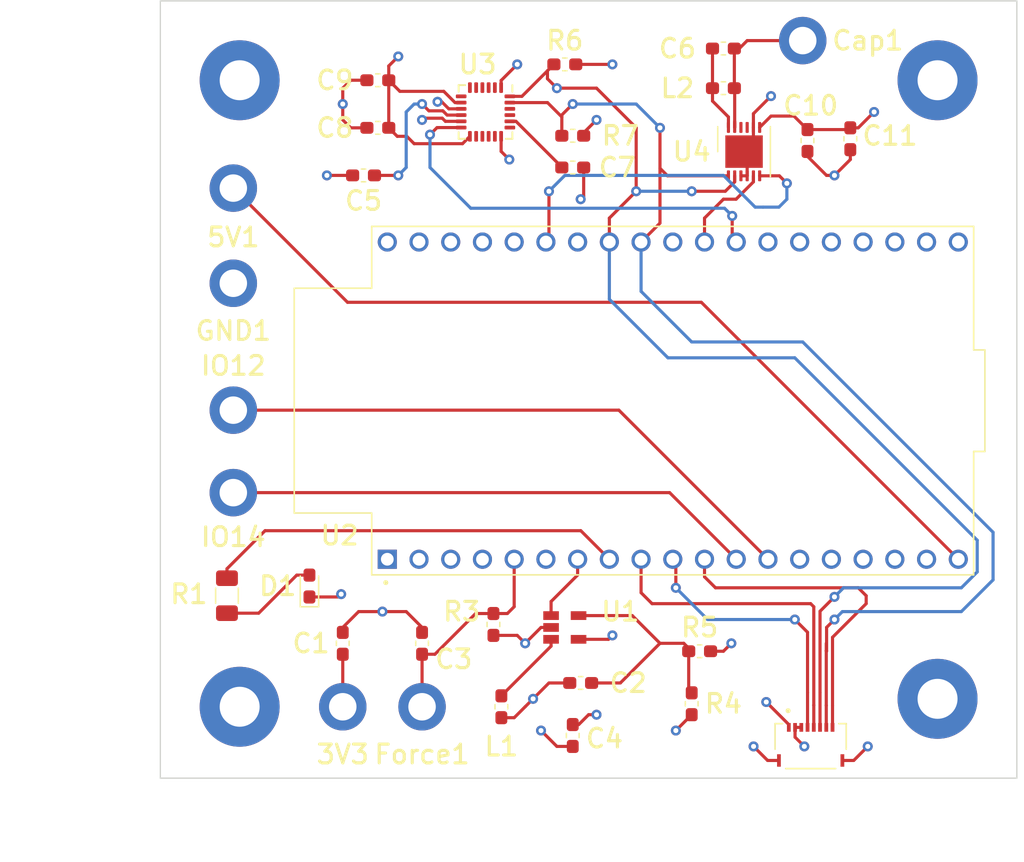
<source format=kicad_pcb>
(kicad_pcb (version 20171130) (host pcbnew "(5.1.6-0-10_14)")
  (layers (0 F.Cu signal) (1 In1.Cu signal) (2 In2.Cu signal hide) (31 B.Cu signal) (34 B.Paste user) (35 F.Paste user) (36 B.SilkS user) (37 F.SilkS user) (38 B.Mask user) (39 F.Mask user) (44 Edge.Cuts user))
  (net 0 "")
  (net 1 GND)
  (net 2 /ACOU_PROG)
  (net 3 /~ACOU_RST)
  (net 4 +1V8)
  (net 5 /MAIN_SDA)
  (net 6 /MAIN_SCL)
  (net 7 /ACOU_INT)
  (net 8 +3V3)
  (net 9 "Net-(C2-Pad2)")
  (net 10 "Net-(L1-Pad1)")
  (net 11 /1V8_EN)
  (net 12 "Net-(U2-Pad2)")
  (net 13 "Net-(U2-Pad3)")
  (net 14 "Net-(U2-Pad4)")
  (net 15 /FORCE_OUTPUT)
  (net 16 "Net-(U2-Pad6)")
  (net 17 /LED)
  (net 18 "Net-(U2-Pad15)")
  (net 19 "Net-(U2-Pad16)")
  (net 20 "Net-(U2-Pad17)")
  (net 21 "Net-(U2-Pad18)")
  (net 22 "Net-(U2-Pad20)")
  (net 23 "Net-(U2-Pad21)")
  (net 24 "Net-(U2-Pad22)")
  (net 25 "Net-(U2-Pad23)")
  (net 26 "Net-(U2-Pad24)")
  (net 27 "Net-(U2-Pad25)")
  (net 28 "Net-(U2-Pad26)")
  (net 29 /IMU_INT)
  (net 30 /CAP_INT)
  (net 31 "Net-(U2-Pad29)")
  (net 32 /CAP_SHUTDOWN)
  (net 33 "Net-(U2-Pad34)")
  (net 34 "Net-(U2-Pad35)")
  (net 35 "Net-(U2-Pad36)")
  (net 36 "Net-(U2-Pad37)")
  (net 37 "Net-(U3-Pad6)")
  (net 38 "Net-(U3-Pad7)")
  (net 39 "Net-(C5-Pad1)")
  (net 40 "Net-(C7-Pad1)")
  (net 41 "Net-(U4-Pad9)")
  (net 42 "Net-(U4-Pad10)")
  (net 43 /TO_CAP_PLATE)
  (net 44 "Net-(C6-Pad1)")
  (net 45 "Net-(D1-Pad2)")
  (net 46 "Net-(5V1-Pad1)")
  (net 47 "Net-(IO12-Pad1)")
  (net 48 "Net-(IO14-Pad1)")
  (module MountingHole:MountingHole_2.2mm_M2_ISO14580_Pad (layer F.Cu) (at 116.332 134.62)
    (fp_text reference IO14 (at 0 3.556) (layer F.SilkS) (effects (font (size 1.5 1.5) (thickness 0.25))))
    (fp_text value Solder)
    (pad 1 thru_hole circle (at 0 0) (size 3.8 3.8) (drill 2.2) (layers *.Cu *.Mask) (net 48 "Net-(IO14-Pad1)"))
  )
  (module MountingHole:MountingHole_2.2mm_M2_ISO14580_Pad (layer F.Cu) (at 116.332 128.016)
    (fp_text reference IO12 (at 0 -3.556) (layer F.SilkS) (effects (font (size 1.5 1.5) (thickness 0.25))))
    (fp_text value Solder)
    (pad 1 thru_hole circle (at 0 0) (size 3.8 3.8) (drill 2.2) (layers *.Cu *.Mask) (net 47 "Net-(IO12-Pad1)"))
  )
  (module Inductor_SMD:L_0603_1608Metric_Pad1.05x0.95mm_HandSolder (layer F.Cu) (at 155.575 102.235)
    (fp_text reference L2 (at -3.683 0) (layer F.SilkS) (effects (font (size 1.5 1.5) (thickness 0.25))))
    (fp_text value 18uH)
    (pad 2 smd roundrect (at 0.875 0) (size 1.05 0.95) (layers F.Cu F.Paste F.Mask) (net 43 /TO_CAP_PLATE))
    (pad 1 smd roundrect (at -0.875 0) (size 1.05 0.95) (layers F.Cu F.Paste F.Mask) (net 44 "Net-(C6-Pad1)"))
  )
  (module Inductor_SMD:L_0603_1608Metric_Pad1.05x0.95mm_HandSolder (layer F.Cu) (at 137.795 151.765 270)
    (fp_text reference L1 (at 3.175 0) (layer F.SilkS) (effects (font (size 1.5 1.5) (thickness 0.25))))
    (fp_text value 2.2uH)
    (pad 2 smd roundrect (at 0.875 0 270) (size 1.05 0.95) (layers F.Cu F.Paste F.Mask) (net 4 +1V8))
    (pad 1 smd roundrect (at -0.875 0 270) (size 1.05 0.95) (layers F.Cu F.Paste F.Mask) (net 10 "Net-(L1-Pad1)"))
  )
  (module MountingHole:MountingHole_2.2mm_M2_ISO14580_Pad (layer F.Cu) (at 161.925 98.425)
    (fp_text reference Cap1 (at 5.207 0) (layer F.SilkS) (effects (font (size 1.5 1.5) (thickness 0.25))))
    (fp_text value Solder)
    (pad 1 thru_hole circle (at 0 0) (size 3.8 3.8) (drill 2.2) (layers *.Cu *.Mask) (net 43 /TO_CAP_PLATE))
  )
  (module Capacitor_SMD:C_0603_1608Metric_Pad1.05x0.95mm_HandSolder (layer F.Cu) (at 165.735 106.285 90)
    (fp_text reference C11 (at 0.24 3.175) (layer F.SilkS) (effects (font (size 1.5 1.5) (thickness 0.25))))
    (fp_text value 1uF)
    (pad 2 smd roundrect (at 0.875 0 90) (size 1.05 0.95) (layers F.Cu F.Paste F.Mask) (net 8 +3V3))
    (pad 1 smd roundrect (at -0.875 0 90) (size 1.05 0.95) (layers F.Cu F.Paste F.Mask) (net 1 GND))
  )
  (module Capacitor_SMD:C_0603_1608Metric_Pad1.05x0.95mm_HandSolder (layer F.Cu) (at 127.903 101.6)
    (fp_text reference C9 (at -3.443 0) (layer F.SilkS) (effects (font (size 1.5 1.5) (thickness 0.25))))
    (fp_text value 10nF)
    (pad 2 smd roundrect (at 0.875 0) (size 1.05 0.95) (layers F.Cu F.Paste F.Mask) (net 8 +3V3))
    (pad 1 smd roundrect (at -0.875 0) (size 1.05 0.95) (layers F.Cu F.Paste F.Mask) (net 1 GND))
  )
  (module LED_SMD:LED_0603_1608Metric_Pad1.05x0.95mm_HandSolder (layer F.Cu) (at 122.428 142.099 90)
    (fp_text reference D1 (at 0 -2.54) (layer F.SilkS) (effects (font (size 1.5 1.5) (thickness 0.25))))
    (fp_text value BLUE)
    (pad 2 smd roundrect (at 0.875 0 90) (size 1.05 0.95) (layers F.Cu F.Paste F.Mask) (net 45 "Net-(D1-Pad2)"))
    (pad 1 smd roundrect (at -0.875 0 90) (size 1.05 0.95) (layers F.Cu F.Paste F.Mask) (net 1 GND))
  )
  (module Capacitor_SMD:C_0603_1608Metric_Pad1.05x0.95mm_HandSolder (layer F.Cu) (at 127.903 105.41)
    (fp_text reference C8 (at -3.443 0) (layer F.SilkS) (effects (font (size 1.5 1.5) (thickness 0.25))))
    (fp_text value 0.1uF)
    (pad 2 smd roundrect (at 0.875 0) (size 1.05 0.95) (layers F.Cu F.Paste F.Mask) (net 8 +3V3))
    (pad 1 smd roundrect (at -0.875 0) (size 1.05 0.95) (layers F.Cu F.Paste F.Mask) (net 1 GND))
  )
  (module Capacitor_SMD:C_0603_1608Metric_Pad1.05x0.95mm_HandSolder (layer F.Cu) (at 162.306 106.426 90)
    (fp_text reference C10 (at 2.794 0.254) (layer F.SilkS) (effects (font (size 1.5 1.5) (thickness 0.25))))
    (fp_text value 0.1uF)
    (pad 2 smd roundrect (at 0.875 0 90) (size 1.05 0.95) (layers F.Cu F.Paste F.Mask) (net 8 +3V3))
    (pad 1 smd roundrect (at -0.875 0 90) (size 1.05 0.95) (layers F.Cu F.Paste F.Mask) (net 1 GND))
  )
  (module Capacitor_SMD:C_0603_1608Metric_Pad1.05x0.95mm_HandSolder (layer F.Cu) (at 143.51 108.585)
    (fp_text reference C7 (at 3.57 0) (layer F.SilkS) (effects (font (size 1.5 1.5) (thickness 0.25))))
    (fp_text value 2.2uF)
    (pad 2 smd roundrect (at 0.875 0) (size 1.05 0.95) (layers F.Cu F.Paste F.Mask) (net 1 GND))
    (pad 1 smd roundrect (at -0.875 0) (size 1.05 0.95) (layers F.Cu F.Paste F.Mask) (net 40 "Net-(C7-Pad1)"))
  )
  (module Capacitor_SMD:C_0603_1608Metric_Pad1.05x0.95mm_HandSolder (layer F.Cu) (at 155.575 99.06)
    (fp_text reference C6 (at -3.683 0) (layer F.SilkS) (effects (font (size 1.5 1.5) (thickness 0.25))))
    (fp_text value 33pF)
    (pad 2 smd roundrect (at 0.875 0) (size 1.05 0.95) (layers F.Cu F.Paste F.Mask) (net 43 /TO_CAP_PLATE))
    (pad 1 smd roundrect (at -0.875 0) (size 1.05 0.95) (layers F.Cu F.Paste F.Mask) (net 44 "Net-(C6-Pad1)"))
  )
  (module Capacitor_SMD:C_0603_1608Metric_Pad1.05x0.95mm_HandSolder (layer F.Cu) (at 126.76 109.22 180)
    (fp_text reference C5 (at 0 -2.032) (layer F.SilkS) (effects (font (size 1.5 1.5) (thickness 0.25))))
    (fp_text value 0.1uF)
    (pad 2 smd roundrect (at 0.875 0 180) (size 1.05 0.95) (layers F.Cu F.Paste F.Mask) (net 1 GND))
    (pad 1 smd roundrect (at -0.875 0 180) (size 1.05 0.95) (layers F.Cu F.Paste F.Mask) (net 39 "Net-(C5-Pad1)"))
  )
  (module Capacitor_SMD:C_0603_1608Metric_Pad1.05x0.95mm_HandSolder (layer F.Cu) (at 143.51 154.065 270)
    (fp_text reference C4 (at 0.24 -2.54 180) (layer F.SilkS) (effects (font (size 1.5 1.5) (thickness 0.25))))
    (fp_text value 22uF)
    (pad 2 smd roundrect (at 0.875 0 270) (size 1.05 0.95) (layers F.Cu F.Paste F.Mask) (net 1 GND))
    (pad 1 smd roundrect (at -0.875 0 270) (size 1.05 0.95) (layers F.Cu F.Paste F.Mask) (net 4 +1V8))
  )
  (module Capacitor_SMD:C_0603_1608Metric_Pad1.05x0.95mm_HandSolder (layer F.Cu) (at 131.445 146.685 270)
    (fp_text reference C3 (at 1.27 -2.54) (layer F.SilkS) (effects (font (size 1.5 1.5) (thickness 0.25))))
    (fp_text value 0.1uF)
    (pad 2 smd roundrect (at 0.875 0 270) (size 1.05 0.95) (layers F.Cu F.Paste F.Mask) (net 15 /FORCE_OUTPUT))
    (pad 1 smd roundrect (at -0.875 0 270) (size 1.05 0.95) (layers F.Cu F.Paste F.Mask) (net 1 GND))
  )
  (module Capacitor_SMD:C_0603_1608Metric_Pad1.05x0.95mm_HandSolder (layer F.Cu) (at 144.145 149.86)
    (fp_text reference C2 (at 3.81 0) (layer F.SilkS) (effects (font (size 1.5 1.5) (thickness 0.25))))
    (fp_text value 22pF)
    (pad 2 smd roundrect (at 0.875 0) (size 1.05 0.95) (layers F.Cu F.Paste F.Mask) (net 9 "Net-(C2-Pad2)"))
    (pad 1 smd roundrect (at -0.875 0) (size 1.05 0.95) (layers F.Cu F.Paste F.Mask) (net 4 +1V8))
  )
  (module Capacitor_SMD:C_0603_1608Metric_Pad1.05x0.95mm_HandSolder (layer F.Cu) (at 125.095 146.685 90)
    (fp_text reference C1 (at 0 -2.54) (layer F.SilkS) (effects (font (size 1.5 1.5) (thickness 0.25))))
    (fp_text value 22uF)
    (pad 2 smd roundrect (at 0.875 0 90) (size 1.05 0.95) (layers F.Cu F.Paste F.Mask) (net 1 GND))
    (pad 1 smd roundrect (at -0.875 0 90) (size 1.05 0.95) (layers F.Cu F.Paste F.Mask) (net 8 +3V3))
  )
  (module Resistor_SMD:R_0603_1608Metric_Pad1.05x0.95mm_HandSolder (layer F.Cu) (at 143.51 106.045)
    (fp_text reference R7 (at 3.81 0) (layer F.SilkS) (effects (font (size 1.5 1.5) (thickness 0.25))))
    (fp_text value 4.7k)
    (pad 2 smd roundrect (at 0.875 0) (size 1.05 0.95) (layers F.Cu F.Paste F.Mask) (net 8 +3V3))
    (pad 1 smd roundrect (at -0.875 0) (size 1.05 0.95) (layers F.Cu F.Paste F.Mask) (net 6 /MAIN_SCL))
  )
  (module Resistor_SMD:R_0603_1608Metric_Pad1.05x0.95mm_HandSolder (layer F.Cu) (at 142.875 100.33)
    (fp_text reference R6 (at 0 -1.905) (layer F.SilkS) (effects (font (size 1.5 1.5) (thickness 0.25))))
    (fp_text value 4.7k)
    (pad 2 smd roundrect (at 0.875 0) (size 1.05 0.95) (layers F.Cu F.Paste F.Mask) (net 8 +3V3))
    (pad 1 smd roundrect (at -0.875 0) (size 1.05 0.95) (layers F.Cu F.Paste F.Mask) (net 5 /MAIN_SDA))
  )
  (module Resistor_SMD:R_0603_1608Metric_Pad1.05x0.95mm_HandSolder (layer F.Cu) (at 153.67 147.32 180)
    (fp_text reference R5 (at 0 1.905) (layer F.SilkS) (effects (font (size 1.5 1.5) (thickness 0.25))))
    (fp_text value 150k)
    (pad 2 smd roundrect (at 0.875 0 180) (size 1.05 0.95) (layers F.Cu F.Paste F.Mask) (net 9 "Net-(C2-Pad2)"))
    (pad 1 smd roundrect (at -0.875 0 180) (size 1.05 0.95) (layers F.Cu F.Paste F.Mask) (net 1 GND))
  )
  (module Resistor_SMD:R_0603_1608Metric_Pad1.05x0.95mm_HandSolder (layer F.Cu) (at 153.035 151.525 270)
    (fp_text reference R4 (at 0 -2.54) (layer F.SilkS) (effects (font (size 1.5 1.5) (thickness 0.25))))
    (fp_text value 300k)
    (pad 2 smd roundrect (at 0.875 0 270) (size 1.05 0.95) (layers F.Cu F.Paste F.Mask) (net 4 +1V8))
    (pad 1 smd roundrect (at -0.875 0 270) (size 1.05 0.95) (layers F.Cu F.Paste F.Mask) (net 9 "Net-(C2-Pad2)"))
  )
  (module Resistor_SMD:R_0603_1608Metric_Pad1.05x0.95mm_HandSolder (layer F.Cu) (at 137.16 145.175 270)
    (fp_text reference R3 (at -1.03 2.54) (layer F.SilkS) (effects (font (size 1.5 1.5) (thickness 0.25))))
    (fp_text value 200k)
    (pad 2 smd roundrect (at 0.875 0 270) (size 1.05 0.95) (layers F.Cu F.Paste F.Mask) (net 1 GND))
    (pad 1 smd roundrect (at -0.875 0 270) (size 1.05 0.95) (layers F.Cu F.Paste F.Mask) (net 15 /FORCE_OUTPUT))
  )
  (module Resistor_SMD:R_1206_3216Metric (layer F.Cu) (at 115.824 142.872 90)
    (fp_text reference R1 (at 0.124 -3.048) (layer F.SilkS) (effects (font (size 1.5 1.5) (thickness 0.25))))
    (fp_text value 80)
    (pad 2 smd roundrect (at 1.4 0 90) (size 1.25 1.75) (layers F.Cu F.Paste F.Mask) (roundrect_rratio 0.2) (net 17 /LED))
    (pad 1 smd roundrect (at -1.4 0 90) (size 1.25 1.75) (layers F.Cu F.Paste F.Mask) (roundrect_rratio 0.2) (net 45 "Net-(D1-Pad2)"))
  )
  (module MountingHole:MountingHole_2.2mm_M2_ISO14580_Pad (layer F.Cu) (at 116.332 117.856)
    (fp_text reference GND1 (at 0 3.81) (layer F.SilkS) (effects (font (size 1.5 1.5) (thickness 0.25))))
    (fp_text value Solder)
    (pad 1 thru_hole circle (at 0 0) (size 3.8 3.8) (drill 2.2) (layers *.Cu *.Mask) (net 1 GND))
  )
  (module MountingHole:MountingHole_2.2mm_M2_ISO14580_Pad (layer F.Cu) (at 116.332 110.236)
    (fp_text reference 5V1 (at 0 3.937) (layer F.SilkS) (effects (font (size 1.5 1.5) (thickness 0.25))))
    (fp_text value "Solder (5V)")
    (pad 1 thru_hole circle (at 0 0) (size 3.8 3.8) (drill 2.2) (layers *.Cu *.Mask) (net 46 "Net-(5V1-Pad1)"))
  )
  (module MountingHole:MountingHole_2.2mm_M2_ISO14580_Pad (layer F.Cu) (at 131.445 151.765)
    (fp_text reference Force1 (at 0 3.81) (layer F.SilkS) (effects (font (size 1.5 1.5) (thickness 0.25))))
    (fp_text value Solder)
    (pad 1 thru_hole circle (at 0 0) (size 3.8 3.8) (drill 2.2) (layers *.Cu *.Mask) (net 15 /FORCE_OUTPUT))
  )
  (module MountingHole:MountingHole_2.2mm_M2_ISO14580_Pad (layer F.Cu) (at 125.095 151.765)
    (fp_text reference 3V3 (at 0 3.81) (layer F.SilkS) (effects (font (size 1.5 1.5) (thickness 0.25))))
    (fp_text value Solder)
    (pad 1 thru_hole circle (at 0 0) (size 3.8 3.8) (drill 2.2) (layers *.Cu *.Mask) (net 8 +3V3))
  )
  (module MountingHole:MountingHole_3.2mm_M3_Pad (layer F.Cu) (at 116.84 101.6)
    (fp_text reference H1 hide)
    (fp_text value MountingHole_Pad)
    (pad 1 thru_hole circle (at 0 0) (size 6.4 6.4) (drill 3.2) (layers *.Cu *.Mask) (net 1 GND))
  )
  (module MountingHole:MountingHole_3.2mm_M3_Pad (layer F.Cu) (at 172.72 101.6)
    (fp_text reference H2 hide)
    (fp_text value MountingHole_Pad)
    (pad 1 thru_hole circle (at 0 0) (size 6.4 6.4) (drill 3.2) (layers *.Cu *.Mask) (net 1 GND))
  )
  (module MountingHole:MountingHole_3.2mm_M3_Pad (layer F.Cu) (at 172.72 151.13)
    (fp_text reference H3 hide)
    (fp_text value MountingHole_Pad)
    (pad 1 thru_hole circle (at 0 0) (size 6.4 6.4) (drill 3.2) (layers *.Cu *.Mask) (net 1 GND))
  )
  (module MountingHole:MountingHole_3.2mm_M3_Pad (layer F.Cu) (at 116.84 151.765)
    (fp_text reference H4 hide)
    (fp_text value MountingHole_Pad)
    (pad 1 thru_hole circle (at 0 0) (size 6.4 6.4) (drill 3.2) (layers *.Cu *.Mask) (net 1 GND))
  )
  (module external_footprints:MOLEX_5034800800 (layer F.Cu) (at 162.56 153.416)
    (fp_text reference J1 hide)
    (fp_text value 5034800800)
    (pad 5 smd rect (at 0.25 0) (size 0.3 0.7) (layers F.Cu F.Paste F.Mask) (net 2 /ACOU_PROG))
    (pad 4 smd rect (at -0.25 0) (size 0.3 0.7) (layers F.Cu F.Paste F.Mask) (net 3 /~ACOU_RST))
    (pad 3 smd rect (at -0.75 0) (size 0.3 0.7) (layers F.Cu F.Paste F.Mask) (net 1 GND))
    (pad 2 smd rect (at -1.25 0) (size 0.3 0.7) (layers F.Cu F.Paste F.Mask) (net 1 GND))
    (pad 1 smd rect (at -1.75 0) (size 0.3 0.7) (layers F.Cu F.Paste F.Mask) (net 4 +1V8))
    (pad 6 smd rect (at 0.75 0) (size 0.3 0.7) (layers F.Cu F.Paste F.Mask) (net 5 /MAIN_SDA))
    (pad 7 smd rect (at 1.25 0) (size 0.3 0.7) (layers F.Cu F.Paste F.Mask) (net 6 /MAIN_SCL))
    (pad 8 smd rect (at 1.75 0) (size 0.3 0.7) (layers F.Cu F.Paste F.Mask) (net 7 /ACOU_INT))
    (pad S1 smd rect (at -2.54 2.65) (size 0.3 1) (layers F.Cu F.Paste F.Mask) (net 1 GND))
    (pad S2 smd rect (at 2.54 2.65) (size 0.3 1) (layers F.Cu F.Paste F.Mask) (net 1 GND))
  )
  (module TSOT25:TSOT25 (layer F.Cu) (at 142.875 145.415 180)
    (fp_text reference U1 (at -4.445 1.27) (layer F.SilkS) (effects (font (size 1.5 1.5) (thickness 0.25))))
    (fp_text value AP3429A)
    (pad 4 smd rect (at -1.1 -0.95 180) (size 1.25 0.7) (layers F.Cu F.Paste F.Mask) (net 8 +3V3))
    (pad 5 smd rect (at -1.1 0.95 180) (size 1.25 0.7) (layers F.Cu F.Paste F.Mask) (net 9 "Net-(C2-Pad2)"))
    (pad 3 smd rect (at 1.1 -0.95 180) (size 1.25 0.7) (layers F.Cu F.Paste F.Mask) (net 10 "Net-(L1-Pad1)"))
    (pad 2 smd rect (at 1.1 0 180) (size 1.25 0.7) (layers F.Cu F.Paste F.Mask) (net 1 GND))
    (pad 1 smd rect (at 1.1 0.95 180) (size 1.25 0.7) (layers F.Cu F.Paste F.Mask) (net 11 /1V8_EN))
  )
  (module external_footprints:MODULE_ESP32-DEVKITC (layer F.Cu) (at 151.511 127.254 90)
    (fp_text reference U2 (at -10.795 -26.67 180) (layer F.SilkS) (effects (font (size 1.5 1.5) (thickness 0.25))))
    (fp_text value ESP32-DEVKITC)
    (pad 1 thru_hole rect (at -12.7 -22.85 90) (size 1.53 1.53) (drill 1.02) (layers *.Cu *.Mask) (net 8 +3V3))
    (pad 2 thru_hole circle (at -12.7 -20.31 90) (size 1.53 1.53) (drill 1.02) (layers *.Cu *.Mask) (net 12 "Net-(U2-Pad2)"))
    (pad 3 thru_hole circle (at -12.7 -17.77 90) (size 1.53 1.53) (drill 1.02) (layers *.Cu *.Mask) (net 13 "Net-(U2-Pad3)"))
    (pad 4 thru_hole circle (at -12.7 -15.23 90) (size 1.53 1.53) (drill 1.02) (layers *.Cu *.Mask) (net 14 "Net-(U2-Pad4)"))
    (pad 5 thru_hole circle (at -12.7 -12.69 90) (size 1.53 1.53) (drill 1.02) (layers *.Cu *.Mask) (net 15 /FORCE_OUTPUT))
    (pad 6 thru_hole circle (at -12.7 -10.15 90) (size 1.53 1.53) (drill 1.02) (layers *.Cu *.Mask) (net 16 "Net-(U2-Pad6)"))
    (pad 7 thru_hole circle (at -12.7 -7.61 90) (size 1.53 1.53) (drill 1.02) (layers *.Cu *.Mask) (net 11 /1V8_EN))
    (pad 8 thru_hole circle (at -12.7 -5.07 90) (size 1.53 1.53) (drill 1.02) (layers *.Cu *.Mask) (net 17 /LED))
    (pad 9 thru_hole circle (at -12.7 -2.53 90) (size 1.53 1.53) (drill 1.02) (layers *.Cu *.Mask) (net 2 /ACOU_PROG))
    (pad 10 thru_hole circle (at -12.7 0.01 90) (size 1.53 1.53) (drill 1.02) (layers *.Cu *.Mask) (net 3 /~ACOU_RST))
    (pad 11 thru_hole circle (at -12.7 2.55 90) (size 1.53 1.53) (drill 1.02) (layers *.Cu *.Mask) (net 7 /ACOU_INT))
    (pad 12 thru_hole circle (at -12.7 5.09 90) (size 1.53 1.53) (drill 1.02) (layers *.Cu *.Mask) (net 48 "Net-(IO14-Pad1)"))
    (pad 13 thru_hole circle (at -12.7 7.63 90) (size 1.53 1.53) (drill 1.02) (layers *.Cu *.Mask) (net 47 "Net-(IO12-Pad1)"))
    (pad 14 thru_hole circle (at -12.7 10.17 90) (size 1.53 1.53) (drill 1.02) (layers *.Cu *.Mask) (net 1 GND))
    (pad 15 thru_hole circle (at -12.7 12.71 90) (size 1.53 1.53) (drill 1.02) (layers *.Cu *.Mask) (net 18 "Net-(U2-Pad15)"))
    (pad 16 thru_hole circle (at -12.7 15.25 90) (size 1.53 1.53) (drill 1.02) (layers *.Cu *.Mask) (net 19 "Net-(U2-Pad16)"))
    (pad 17 thru_hole circle (at -12.7 17.79 90) (size 1.53 1.53) (drill 1.02) (layers *.Cu *.Mask) (net 20 "Net-(U2-Pad17)"))
    (pad 18 thru_hole circle (at -12.7 20.33 90) (size 1.53 1.53) (drill 1.02) (layers *.Cu *.Mask) (net 21 "Net-(U2-Pad18)"))
    (pad 19 thru_hole circle (at -12.7 22.87 90) (size 1.53 1.53) (drill 1.02) (layers *.Cu *.Mask) (net 46 "Net-(5V1-Pad1)"))
    (pad 20 thru_hole circle (at 12.7 22.87 90) (size 1.53 1.53) (drill 1.02) (layers *.Cu *.Mask) (net 22 "Net-(U2-Pad20)"))
    (pad 21 thru_hole circle (at 12.7 20.33 90) (size 1.53 1.53) (drill 1.02) (layers *.Cu *.Mask) (net 23 "Net-(U2-Pad21)"))
    (pad 22 thru_hole circle (at 12.7 17.79 90) (size 1.53 1.53) (drill 1.02) (layers *.Cu *.Mask) (net 24 "Net-(U2-Pad22)"))
    (pad 23 thru_hole circle (at 12.7 15.25 90) (size 1.53 1.53) (drill 1.02) (layers *.Cu *.Mask) (net 25 "Net-(U2-Pad23)"))
    (pad 24 thru_hole circle (at 12.7 12.71 90) (size 1.53 1.53) (drill 1.02) (layers *.Cu *.Mask) (net 26 "Net-(U2-Pad24)"))
    (pad 25 thru_hole circle (at 12.7 10.17 90) (size 1.53 1.53) (drill 1.02) (layers *.Cu *.Mask) (net 27 "Net-(U2-Pad25)"))
    (pad 26 thru_hole circle (at 12.7 7.63 90) (size 1.53 1.53) (drill 1.02) (layers *.Cu *.Mask) (net 28 "Net-(U2-Pad26)"))
    (pad 27 thru_hole circle (at 12.7 5.09 90) (size 1.53 1.53) (drill 1.02) (layers *.Cu *.Mask) (net 29 /IMU_INT))
    (pad 28 thru_hole circle (at 12.7 2.55 90) (size 1.53 1.53) (drill 1.02) (layers *.Cu *.Mask) (net 30 /CAP_INT))
    (pad 29 thru_hole circle (at 12.7 0.01 90) (size 1.53 1.53) (drill 1.02) (layers *.Cu *.Mask) (net 31 "Net-(U2-Pad29)"))
    (pad 30 thru_hole circle (at 12.7 -2.53 90) (size 1.53 1.53) (drill 1.02) (layers *.Cu *.Mask) (net 6 /MAIN_SCL))
    (pad 31 thru_hole circle (at 12.7 -5.07 90) (size 1.53 1.53) (drill 1.02) (layers *.Cu *.Mask) (net 5 /MAIN_SDA))
    (pad 32 thru_hole circle (at 12.7 -7.61 90) (size 1.53 1.53) (drill 1.02) (layers *.Cu *.Mask) (net 1 GND))
    (pad 33 thru_hole circle (at 12.7 -10.15 90) (size 1.53 1.53) (drill 1.02) (layers *.Cu *.Mask) (net 32 /CAP_SHUTDOWN))
    (pad 34 thru_hole circle (at 12.7 -12.69 90) (size 1.53 1.53) (drill 1.02) (layers *.Cu *.Mask) (net 33 "Net-(U2-Pad34)"))
    (pad 35 thru_hole circle (at 12.7 -15.23 90) (size 1.53 1.53) (drill 1.02) (layers *.Cu *.Mask) (net 34 "Net-(U2-Pad35)"))
    (pad 36 thru_hole circle (at 12.7 -17.77 90) (size 1.53 1.53) (drill 1.02) (layers *.Cu *.Mask) (net 35 "Net-(U2-Pad36)"))
    (pad 37 thru_hole circle (at 12.7 -20.31 90) (size 1.53 1.53) (drill 1.02) (layers *.Cu *.Mask) (net 36 "Net-(U2-Pad37)"))
    (pad 38 thru_hole circle (at 12.7 -22.85 90) (size 1.53 1.53) (drill 1.02) (layers *.Cu *.Mask) (net 1 GND))
  )
  (module Sensor_Motion:InvenSense_QFN-24_4x4mm_P0.5mm (layer F.Cu) (at 136.525 104.14 270)
    (fp_text reference U3 (at -3.81 0.635) (layer F.SilkS) (effects (font (size 1.5 1.5) (thickness 0.25))))
    (fp_text value MPU-6050)
    (pad 1 smd roundrect (at -1.95 -1.25 270) (size 0.85 0.3) (layers F.Cu F.Paste F.Mask) (net 1 GND))
    (pad 2 smd roundrect (at -1.95 -0.75 270) (size 0.85 0.3) (layers F.Cu F.Paste F.Mask))
    (pad 3 smd roundrect (at -1.95 -0.25 270) (size 0.85 0.3) (layers F.Cu F.Paste F.Mask))
    (pad 4 smd roundrect (at -1.95 0.25 270) (size 0.85 0.3) (layers F.Cu F.Paste F.Mask))
    (pad 5 smd roundrect (at -1.95 0.75 270) (size 0.85 0.3) (layers F.Cu F.Paste F.Mask))
    (pad 6 smd roundrect (at -1.95 1.25 270) (size 0.85 0.3) (layers F.Cu F.Paste F.Mask) (net 37 "Net-(U3-Pad6)"))
    (pad 7 smd roundrect (at -1.25 1.95) (size 0.85 0.3) (layers F.Cu F.Paste F.Mask) (net 38 "Net-(U3-Pad7)"))
    (pad 8 smd roundrect (at -0.75 1.95) (size 0.85 0.3) (layers F.Cu F.Paste F.Mask) (net 8 +3V3))
    (pad 9 smd roundrect (at -0.25 1.95) (size 0.85 0.3) (layers F.Cu F.Paste F.Mask) (net 1 GND))
    (pad 10 smd roundrect (at 0.25 1.95) (size 0.85 0.3) (layers F.Cu F.Paste F.Mask) (net 39 "Net-(C5-Pad1)"))
    (pad 11 smd roundrect (at 0.75 1.95) (size 0.85 0.3) (layers F.Cu F.Paste F.Mask) (net 1 GND))
    (pad 12 smd roundrect (at 1.25 1.95) (size 0.85 0.3) (layers F.Cu F.Paste F.Mask) (net 29 /IMU_INT))
    (pad 13 smd roundrect (at 1.95 1.25 270) (size 0.85 0.3) (layers F.Cu F.Paste F.Mask) (net 8 +3V3))
    (pad 14 smd roundrect (at 1.95 0.75 270) (size 0.85 0.3) (layers F.Cu F.Paste F.Mask))
    (pad 15 smd roundrect (at 1.95 0.25 270) (size 0.85 0.3) (layers F.Cu F.Paste F.Mask))
    (pad 16 smd roundrect (at 1.95 -0.25 270) (size 0.85 0.3) (layers F.Cu F.Paste F.Mask))
    (pad 17 smd roundrect (at 1.95 -0.75 270) (size 0.85 0.3) (layers F.Cu F.Paste F.Mask))
    (pad 18 smd roundrect (at 1.95 -1.25 270) (size 0.85 0.3) (layers F.Cu F.Paste F.Mask) (net 1 GND))
    (pad 19 smd roundrect (at 1.25 -1.95) (size 0.85 0.3) (layers F.Cu F.Paste F.Mask))
    (pad 20 smd roundrect (at 0.75 -1.95) (size 0.85 0.3) (layers F.Cu F.Paste F.Mask) (net 40 "Net-(C7-Pad1)"))
    (pad 21 smd roundrect (at 0.25 -1.95) (size 0.85 0.3) (layers F.Cu F.Paste F.Mask))
    (pad 22 smd roundrect (at -0.25 -1.95) (size 0.85 0.3) (layers F.Cu F.Paste F.Mask))
    (pad 23 smd roundrect (at -0.75 -1.95) (size 0.85 0.3) (layers F.Cu F.Paste F.Mask) (net 6 /MAIN_SCL))
    (pad 24 smd roundrect (at -1.25 -1.95) (size 0.85 0.3) (layers F.Cu F.Paste F.Mask) (net 5 /MAIN_SDA))
  )
  (module Package_SON:WSON-12-1EP_4x4mm_P0.5mm_EP2.6x3mm (layer F.Cu) (at 157.226 107.315 90)
    (fp_text reference U4 (at 0 -4.191) (layer F.SilkS) (effects (font (size 1.5 1.5) (thickness 0.25))))
    (fp_text value FDC2212)
    (pad 1 smd roundrect (at -1.9375 -1.25 90) (size 0.875 0.25) (layers F.Cu F.Paste F.Mask) (net 6 /MAIN_SCL))
    (pad 2 smd roundrect (at -1.9375 -0.75 90) (size 0.875 0.25) (layers F.Cu F.Paste F.Mask) (net 5 /MAIN_SDA))
    (pad 3 smd roundrect (at -1.9375 -0.25 90) (size 0.875 0.25) (layers F.Cu F.Paste F.Mask) (net 1 GND))
    (pad 4 smd roundrect (at -1.9375 0.25 90) (size 0.875 0.25) (layers F.Cu F.Paste F.Mask) (net 1 GND))
    (pad 5 smd roundrect (at -1.9375 0.75 90) (size 0.875 0.25) (layers F.Cu F.Paste F.Mask) (net 30 /CAP_INT))
    (pad 6 smd roundrect (at -1.9375 1.25 90) (size 0.875 0.25) (layers F.Cu F.Paste F.Mask) (net 32 /CAP_SHUTDOWN))
    (pad 7 smd roundrect (at 1.9375 1.25 90) (size 0.875 0.25) (layers F.Cu F.Paste F.Mask) (net 8 +3V3))
    (pad 8 smd roundrect (at 1.9375 0.75 90) (size 0.875 0.25) (layers F.Cu F.Paste F.Mask) (net 1 GND))
    (pad 9 smd roundrect (at 1.9375 0.25 90) (size 0.875 0.25) (layers F.Cu F.Paste F.Mask) (net 41 "Net-(U4-Pad9)"))
    (pad 10 smd roundrect (at 1.9375 -0.25 90) (size 0.875 0.25) (layers F.Cu F.Paste F.Mask) (net 42 "Net-(U4-Pad10)"))
    (pad 11 smd roundrect (at 1.9375 -0.75 90) (size 0.875 0.25) (layers F.Cu F.Paste F.Mask) (net 43 /TO_CAP_PLATE))
    (pad 12 smd roundrect (at 1.9375 -1.25 90) (size 0.875 0.25) (layers F.Cu F.Paste F.Mask) (net 44 "Net-(C6-Pad1)"))
    (pad 13 smd rect (at 0 0 90) (size 2.6 3) (layers F.Cu F.Mask) (net 1 GND))
  )
  (gr_line (start 179.07 95.25) (end 179.07 157.48) (layer Edge.Cuts) (width 0.1))
  (gr_line (start 110.49 95.25) (end 179.07 95.25) (layer Edge.Cuts) (width 0.1))
  (gr_line (start 110.49 157.48) (end 110.49 95.25) (layer Edge.Cuts) (width 0.1))
  (gr_line (start 179.07 157.48) (end 110.49 157.48) (layer Edge.Cuts) (width 0.1))
  (segment (start 127.028 105.41) (end 127 105.41) (width 0.25) (layer F.Cu) (net 1))
  (segment (start 137.775 102.19) (end 137.775 101.62) (width 0.25) (layer F.Cu) (net 1))
  (via (at 139.065 100.33) (size 0.8) (drill 0.4) (layers F.Cu B.Cu) (net 1))
  (segment (start 137.775 101.62) (end 139.065 100.33) (width 0.25) (layer F.Cu) (net 1))
  (segment (start 131.580001 104.639999) (end 131.445 104.775) (width 0.25) (layer F.Cu) (net 1))
  (via (at 131.445 104.775) (size 0.8) (drill 0.4) (layers F.Cu B.Cu) (net 1))
  (segment (start 134.575 104.89) (end 133.313002 104.89) (width 0.25) (layer F.Cu) (net 1))
  (segment (start 133.063001 104.639999) (end 131.580001 104.639999) (width 0.25) (layer F.Cu) (net 1))
  (segment (start 133.313002 104.89) (end 133.063001 104.639999) (width 0.25) (layer F.Cu) (net 1))
  (via (at 132.684364 103.324999) (size 0.8) (drill 0.4) (layers F.Cu B.Cu) (net 1))
  (segment (start 133.020821 103.324999) (end 132.684364 103.324999) (width 0.25) (layer F.Cu) (net 1))
  (segment (start 134.575 103.89) (end 133.585822 103.89) (width 0.25) (layer F.Cu) (net 1))
  (segment (start 133.585822 103.89) (end 133.020821 103.324999) (width 0.25) (layer F.Cu) (net 1))
  (via (at 125.095 103.505) (size 0.8) (drill 0.4) (layers F.Cu B.Cu) (net 1))
  (segment (start 127.028 105.41) (end 125.73 105.41) (width 0.25) (layer F.Cu) (net 1))
  (segment (start 125.095 104.775) (end 125.095 103.505) (width 0.25) (layer F.Cu) (net 1))
  (segment (start 125.73 105.41) (end 125.095 104.775) (width 0.25) (layer F.Cu) (net 1))
  (via (at 123.825 109.22) (size 0.8) (drill 0.4) (layers F.Cu B.Cu) (net 1))
  (segment (start 125.885 109.22) (end 123.825 109.22) (width 0.25) (layer F.Cu) (net 1))
  (segment (start 137.775 106.09) (end 137.775 107.295) (width 0.25) (layer F.Cu) (net 1))
  (via (at 138.43 107.95) (size 0.8) (drill 0.4) (layers F.Cu B.Cu) (net 1))
  (segment (start 137.775 107.295) (end 138.43 107.95) (width 0.25) (layer F.Cu) (net 1))
  (via (at 144.145 111.125) (size 0.8) (drill 0.4) (layers F.Cu B.Cu) (net 1))
  (segment (start 144.385 108.585) (end 144.385 110.885) (width 0.25) (layer F.Cu) (net 1))
  (segment (start 144.385 110.885) (end 144.145 111.125) (width 0.25) (layer F.Cu) (net 1))
  (segment (start 158.02599 104.22901) (end 159.385 102.87) (width 0.25) (layer F.Cu) (net 1))
  (via (at 159.385 102.87) (size 0.8) (drill 0.4) (layers F.Cu B.Cu) (net 1))
  (segment (start 157.976 104.279) (end 158.02599 104.22901) (width 0.25) (layer F.Cu) (net 1))
  (segment (start 157.976 105.3775) (end 157.976 104.279) (width 0.25) (layer F.Cu) (net 1))
  (segment (start 156.976 109.2525) (end 157.476 109.2525) (width 0.25) (layer F.Cu) (net 1))
  (segment (start 162.306 107.301) (end 162.306 107.696) (width 0.25) (layer F.Cu) (net 1))
  (via (at 164.465 109.22) (size 0.8) (drill 0.4) (layers F.Cu B.Cu) (net 1))
  (segment (start 162.306 107.696) (end 163.83 109.22) (width 0.25) (layer F.Cu) (net 1))
  (segment (start 163.83 109.22) (end 164.465 109.22) (width 0.25) (layer F.Cu) (net 1))
  (segment (start 165.735 107.95) (end 164.465 109.22) (width 0.25) (layer F.Cu) (net 1))
  (segment (start 165.735 107.16) (end 165.735 107.95) (width 0.25) (layer F.Cu) (net 1))
  (segment (start 157.976 106.565) (end 157.976 105.3775) (width 0.25) (layer F.Cu) (net 1))
  (segment (start 157.226 107.315) (end 157.976 106.565) (width 0.25) (layer F.Cu) (net 1))
  (segment (start 157.476 107.565) (end 157.226 107.315) (width 0.25) (layer F.Cu) (net 1))
  (segment (start 157.476 109.2525) (end 157.476 107.565) (width 0.25) (layer F.Cu) (net 1))
  (segment (start 141.775 145.415) (end 140.97 145.415) (width 0.25) (layer F.Cu) (net 1))
  (via (at 139.7 146.685) (size 0.8) (drill 0.4) (layers F.Cu B.Cu) (net 1))
  (segment (start 140.97 145.415) (end 139.7 146.685) (width 0.25) (layer F.Cu) (net 1))
  (segment (start 139.065 146.05) (end 139.7 146.685) (width 0.25) (layer F.Cu) (net 1))
  (segment (start 137.16 146.05) (end 139.065 146.05) (width 0.25) (layer F.Cu) (net 1))
  (segment (start 125.095 145.81) (end 125.095 145.415) (width 0.25) (layer F.Cu) (net 1))
  (segment (start 125.095 145.415) (end 126.365 144.145) (width 0.25) (layer F.Cu) (net 1))
  (via (at 128.27 144.145) (size 0.8) (drill 0.4) (layers F.Cu B.Cu) (net 1))
  (segment (start 126.365 144.145) (end 128.27 144.145) (width 0.25) (layer F.Cu) (net 1))
  (segment (start 131.445 145.81) (end 131.445 145.415) (width 0.25) (layer F.Cu) (net 1))
  (segment (start 130.175 144.145) (end 128.27 144.145) (width 0.25) (layer F.Cu) (net 1))
  (segment (start 131.445 145.415) (end 130.175 144.145) (width 0.25) (layer F.Cu) (net 1))
  (segment (start 143.51 154.94) (end 142.24 154.94) (width 0.25) (layer F.Cu) (net 1))
  (via (at 140.97 153.67) (size 0.8) (drill 0.4) (layers F.Cu B.Cu) (net 1))
  (segment (start 142.24 154.94) (end 140.97 153.67) (width 0.25) (layer F.Cu) (net 1))
  (via (at 156.21 146.685) (size 0.8) (drill 0.4) (layers F.Cu B.Cu) (net 1))
  (segment (start 154.545 147.32) (end 155.575 147.32) (width 0.25) (layer F.Cu) (net 1))
  (segment (start 155.575 147.32) (end 156.21 146.685) (width 0.25) (layer F.Cu) (net 1))
  (segment (start 127.028 101.6) (end 125.73 101.6) (width 0.25) (layer F.Cu) (net 1))
  (segment (start 125.095 102.235) (end 125.095 103.505) (width 0.25) (layer F.Cu) (net 1))
  (segment (start 125.73 101.6) (end 125.095 102.235) (width 0.25) (layer F.Cu) (net 1))
  (segment (start 161.31 153.416) (end 161.81 153.416) (width 0.25) (layer F.Cu) (net 1))
  (via (at 162.052 154.94) (size 0.8) (drill 0.4) (layers F.Cu B.Cu) (net 1))
  (segment (start 161.31 153.416) (end 161.31 154.198) (width 0.25) (layer F.Cu) (net 1))
  (segment (start 161.31 154.198) (end 162.052 154.94) (width 0.25) (layer F.Cu) (net 1))
  (via (at 167.132 154.94) (size 0.8) (drill 0.4) (layers F.Cu B.Cu) (net 1))
  (segment (start 165.1 156.066) (end 166.006 156.066) (width 0.25) (layer F.Cu) (net 1))
  (segment (start 166.006 156.066) (end 167.132 154.94) (width 0.25) (layer F.Cu) (net 1))
  (via (at 157.988 154.94) (size 0.8) (drill 0.4) (layers F.Cu B.Cu) (net 1))
  (segment (start 160.02 156.066) (end 159.114 156.066) (width 0.25) (layer F.Cu) (net 1))
  (segment (start 159.114 156.066) (end 157.988 154.94) (width 0.25) (layer F.Cu) (net 1))
  (segment (start 122.428 142.974) (end 124.742 142.974) (width 0.25) (layer F.Cu) (net 1))
  (via (at 124.968 142.748) (size 0.8) (drill 0.4) (layers F.Cu B.Cu) (net 1))
  (segment (start 124.742 142.974) (end 124.968 142.748) (width 0.25) (layer F.Cu) (net 1))
  (segment (start 162.81 151.642) (end 162.81 153.416) (width 0.25) (layer F.Cu) (net 2))
  (segment (start 148.981 142.631) (end 149.86 143.51) (width 0.25) (layer F.Cu) (net 2))
  (segment (start 148.981 139.954) (end 148.981 142.631) (width 0.25) (layer F.Cu) (net 2))
  (segment (start 149.86 143.51) (end 162.56 143.51) (width 0.25) (layer F.Cu) (net 2))
  (segment (start 162.56 143.51) (end 162.81 143.76) (width 0.25) (layer F.Cu) (net 2))
  (segment (start 162.81 143.76) (end 162.81 151.642) (width 0.25) (layer F.Cu) (net 2))
  (via (at 161.29 144.78) (size 0.8) (drill 0.4) (layers F.Cu B.Cu) (net 3))
  (via (at 151.765 142.24) (size 0.8) (drill 0.4) (layers F.Cu B.Cu) (net 3))
  (segment (start 161.29 144.78) (end 154.305 144.78) (width 0.25) (layer B.Cu) (net 3))
  (segment (start 154.305 144.78) (end 151.765 142.24) (width 0.25) (layer B.Cu) (net 3))
  (segment (start 151.765 140.198) (end 151.521 139.954) (width 0.25) (layer F.Cu) (net 3))
  (segment (start 151.765 142.24) (end 151.765 140.198) (width 0.25) (layer F.Cu) (net 3))
  (segment (start 162.31 150.626) (end 162.31 153.416) (width 0.25) (layer F.Cu) (net 3))
  (segment (start 161.29 144.78) (end 162.31 145.8) (width 0.25) (layer F.Cu) (net 3))
  (segment (start 162.31 145.8) (end 162.31 150.626) (width 0.25) (layer F.Cu) (net 3))
  (segment (start 143.27 149.86) (end 142.875 149.86) (width 0.25) (layer F.Cu) (net 4))
  (via (at 140.335 151.13) (size 0.8) (drill 0.4) (layers F.Cu B.Cu) (net 4))
  (segment (start 137.795 152.64) (end 138.825 152.64) (width 0.25) (layer F.Cu) (net 4))
  (segment (start 138.825 152.64) (end 139.7 151.765) (width 0.25) (layer F.Cu) (net 4))
  (via (at 151.765 153.67) (size 0.8) (drill 0.4) (layers F.Cu B.Cu) (net 4))
  (segment (start 153.035 152.4) (end 151.765 153.67) (width 0.25) (layer F.Cu) (net 4))
  (segment (start 143.27 149.86) (end 141.605 149.86) (width 0.25) (layer F.Cu) (net 4))
  (segment (start 141.605 149.86) (end 140.335 151.13) (width 0.25) (layer F.Cu) (net 4))
  (segment (start 139.7 151.765) (end 140.335 151.13) (width 0.25) (layer F.Cu) (net 4))
  (segment (start 143.51 153.19) (end 143.99 153.19) (width 0.25) (layer F.Cu) (net 4))
  (via (at 145.415 152.4) (size 0.8) (drill 0.4) (layers F.Cu B.Cu) (net 4))
  (segment (start 143.99 153.19) (end 144.78 152.4) (width 0.25) (layer F.Cu) (net 4))
  (segment (start 144.78 152.4) (end 145.415 152.4) (width 0.25) (layer F.Cu) (net 4))
  (via (at 159.004 151.384) (size 0.8) (drill 0.4) (layers F.Cu B.Cu) (net 4))
  (segment (start 160.81 153.416) (end 160.81 153.19) (width 0.25) (layer F.Cu) (net 4))
  (segment (start 160.81 153.19) (end 159.004 151.384) (width 0.25) (layer F.Cu) (net 4))
  (segment (start 138.475 102.89) (end 139.44 102.89) (width 0.25) (layer F.Cu) (net 5))
  (segment (start 141.485 101.48) (end 142.24 102.235) (width 0.25) (layer F.Cu) (net 5))
  (via (at 142.24 102.235) (size 0.8) (drill 0.4) (layers F.Cu B.Cu) (net 5))
  (segment (start 141.485 100.845) (end 142 100.33) (width 0.25) (layer F.Cu) (net 5))
  (segment (start 141.485 100.845) (end 141.485 101.48) (width 0.25) (layer F.Cu) (net 5))
  (segment (start 139.44 102.89) (end 141.485 100.845) (width 0.25) (layer F.Cu) (net 5))
  (via (at 153.035 110.49) (size 0.8) (drill 0.4) (layers F.Cu B.Cu) (net 5))
  (segment (start 156.476 109.2525) (end 156.476 109.738022) (width 0.25) (layer F.Cu) (net 5))
  (segment (start 155.724022 110.49) (end 153.035 110.49) (width 0.25) (layer F.Cu) (net 5))
  (segment (start 156.476 109.738022) (end 155.724022 110.49) (width 0.25) (layer F.Cu) (net 5))
  (via (at 148.59 110.49) (size 0.8) (drill 0.4) (layers F.Cu B.Cu) (net 5))
  (segment (start 153.035 110.49) (end 148.59 110.49) (width 0.25) (layer B.Cu) (net 5))
  (segment (start 142.24 102.235) (end 145.415 102.235) (width 0.25) (layer F.Cu) (net 5))
  (segment (start 148.59 105.41) (end 148.59 110.49) (width 0.25) (layer F.Cu) (net 5))
  (segment (start 145.415 102.235) (end 148.59 105.41) (width 0.25) (layer F.Cu) (net 5))
  (segment (start 146.441 112.639) (end 146.441 114.554) (width 0.25) (layer F.Cu) (net 5))
  (segment (start 148.59 110.49) (end 146.441 112.639) (width 0.25) (layer F.Cu) (net 5))
  (via (at 164.465 142.965) (size 0.8) (drill 0.4) (layers F.Cu B.Cu) (net 5))
  (segment (start 146.441 119.136) (end 146.441 114.554) (width 0.25) (layer B.Cu) (net 5))
  (segment (start 151.13 123.825) (end 146.441 119.136) (width 0.25) (layer B.Cu) (net 5))
  (segment (start 161.29 123.825) (end 151.13 123.825) (width 0.25) (layer B.Cu) (net 5))
  (segment (start 175.895 138.43) (end 161.29 123.825) (width 0.25) (layer B.Cu) (net 5))
  (segment (start 165.19 142.24) (end 174.625 142.24) (width 0.25) (layer B.Cu) (net 5))
  (segment (start 164.465 142.965) (end 165.19 142.24) (width 0.25) (layer B.Cu) (net 5))
  (segment (start 174.625 142.24) (end 175.895 140.97) (width 0.25) (layer B.Cu) (net 5))
  (segment (start 175.895 140.97) (end 175.895 138.43) (width 0.25) (layer B.Cu) (net 5))
  (segment (start 164.465 142.965) (end 163.31 144.12) (width 0.25) (layer F.Cu) (net 5))
  (segment (start 163.31 144.12) (end 163.31 150.634) (width 0.25) (layer F.Cu) (net 5))
  (segment (start 163.31 150.634) (end 163.31 153.416) (width 0.25) (layer F.Cu) (net 5))
  (segment (start 142.635 106.045) (end 142.635 104.535) (width 0.25) (layer F.Cu) (net 6))
  (segment (start 141.49 103.39) (end 138.475 103.39) (width 0.25) (layer F.Cu) (net 6))
  (segment (start 142.635 104.535) (end 141.49 103.39) (width 0.25) (layer F.Cu) (net 6))
  (via (at 143.51 103.505) (size 0.8) (drill 0.4) (layers F.Cu B.Cu) (net 6))
  (segment (start 142.635 104.535) (end 142.635 104.38) (width 0.25) (layer F.Cu) (net 6))
  (segment (start 142.635 104.38) (end 143.51 103.505) (width 0.25) (layer F.Cu) (net 6))
  (via (at 150.495 105.41) (size 0.8) (drill 0.4) (layers F.Cu B.Cu) (net 6))
  (segment (start 143.51 103.505) (end 148.59 103.505) (width 0.25) (layer B.Cu) (net 6))
  (segment (start 148.59 103.505) (end 150.495 105.41) (width 0.25) (layer B.Cu) (net 6))
  (segment (start 150.495 113.04) (end 148.981 114.554) (width 0.25) (layer F.Cu) (net 6))
  (segment (start 150.495 105.41) (end 150.495 113.04) (width 0.25) (layer F.Cu) (net 6))
  (segment (start 155.976 109.2525) (end 151.0975 109.2525) (width 0.25) (layer F.Cu) (net 6))
  (segment (start 151.0975 109.2525) (end 150.495 108.65) (width 0.25) (layer F.Cu) (net 6))
  (via (at 164.465 144.78) (size 0.8) (drill 0.4) (layers F.Cu B.Cu) (net 6))
  (segment (start 163.834999 147.309999) (end 163.834999 145.410001) (width 0.25) (layer F.Cu) (net 6))
  (segment (start 163.81 146.685) (end 163.81 147.285) (width 0.25) (layer F.Cu) (net 6))
  (segment (start 163.834999 145.410001) (end 164.465 144.78) (width 0.25) (layer F.Cu) (net 6))
  (segment (start 163.81 147.285) (end 163.834999 147.309999) (width 0.25) (layer F.Cu) (net 6))
  (segment (start 164.465 144.78) (end 165.1 144.145) (width 0.25) (layer B.Cu) (net 6))
  (segment (start 165.1 144.145) (end 174.625 144.145) (width 0.25) (layer B.Cu) (net 6))
  (segment (start 174.625 144.145) (end 177.165 141.605) (width 0.25) (layer B.Cu) (net 6))
  (segment (start 177.165 141.605) (end 177.165 137.795) (width 0.25) (layer B.Cu) (net 6))
  (segment (start 177.165 137.795) (end 161.925 122.555) (width 0.25) (layer B.Cu) (net 6))
  (segment (start 161.925 122.555) (end 153.035 122.555) (width 0.25) (layer B.Cu) (net 6))
  (segment (start 148.981 118.501) (end 148.981 114.554) (width 0.25) (layer B.Cu) (net 6))
  (segment (start 153.035 122.555) (end 148.981 118.501) (width 0.25) (layer B.Cu) (net 6))
  (segment (start 163.81 151.658) (end 163.81 153.416) (width 0.25) (layer F.Cu) (net 6))
  (segment (start 163.81 147.285) (end 163.81 151.658) (width 0.25) (layer F.Cu) (net 6))
  (segment (start 164.31 151.666) (end 164.31 153.416) (width 0.25) (layer F.Cu) (net 7))
  (segment (start 164.31 146.205) (end 164.31 151.666) (width 0.25) (layer F.Cu) (net 7))
  (segment (start 167.005 143.51) (end 164.31 146.205) (width 0.25) (layer F.Cu) (net 7))
  (segment (start 154.061 141.361) (end 154.94 142.24) (width 0.25) (layer F.Cu) (net 7))
  (segment (start 154.061 139.954) (end 154.061 141.361) (width 0.25) (layer F.Cu) (net 7))
  (segment (start 154.94 142.24) (end 166.37 142.24) (width 0.25) (layer F.Cu) (net 7))
  (segment (start 166.37 142.24) (end 167.005 142.875) (width 0.25) (layer F.Cu) (net 7))
  (segment (start 167.005 142.875) (end 167.005 143.51) (width 0.25) (layer F.Cu) (net 7))
  (segment (start 129.458001 106.090001) (end 130.220001 106.090001) (width 0.25) (layer F.Cu) (net 8))
  (segment (start 128.778 105.41) (end 129.458001 106.090001) (width 0.25) (layer F.Cu) (net 8))
  (segment (start 130.220001 106.090001) (end 130.81 106.68) (width 0.25) (layer F.Cu) (net 8))
  (segment (start 134.685 106.68) (end 135.275 106.09) (width 0.25) (layer F.Cu) (net 8))
  (segment (start 130.81 106.68) (end 134.685 106.68) (width 0.25) (layer F.Cu) (net 8))
  (segment (start 134.084298 103.39) (end 134.575 103.39) (width 0.25) (layer F.Cu) (net 8))
  (segment (start 133.183298 102.489) (end 134.084298 103.39) (width 0.25) (layer F.Cu) (net 8))
  (segment (start 158.476 105.3775) (end 159.385 104.4685) (width 0.25) (layer F.Cu) (net 8))
  (segment (start 161.2235 104.4685) (end 162.306 105.551) (width 0.25) (layer F.Cu) (net 8))
  (segment (start 159.385 104.4685) (end 161.2235 104.4685) (width 0.25) (layer F.Cu) (net 8))
  (segment (start 165.594 105.551) (end 165.735 105.41) (width 0.25) (layer F.Cu) (net 8))
  (segment (start 162.306 105.551) (end 165.594 105.551) (width 0.25) (layer F.Cu) (net 8))
  (segment (start 125.095 147.56) (end 125.095 151.765) (width 0.25) (layer F.Cu) (net 8))
  (segment (start 143.975 146.365) (end 146.37 146.365) (width 0.25) (layer F.Cu) (net 8))
  (via (at 146.685 146.05) (size 0.8) (drill 0.4) (layers F.Cu B.Cu) (net 8))
  (segment (start 146.37 146.365) (end 146.685 146.05) (width 0.25) (layer F.Cu) (net 8))
  (via (at 146.685 100.33) (size 0.8) (drill 0.4) (layers F.Cu B.Cu) (net 8))
  (segment (start 143.75 100.33) (end 146.685 100.33) (width 0.25) (layer F.Cu) (net 8))
  (via (at 145.415 104.775) (size 0.8) (drill 0.4) (layers F.Cu B.Cu) (net 8))
  (segment (start 144.385 106.045) (end 144.385 105.805) (width 0.25) (layer F.Cu) (net 8))
  (segment (start 144.385 105.805) (end 145.415 104.775) (width 0.25) (layer F.Cu) (net 8))
  (segment (start 128.778 105.41) (end 128.778 101.6) (width 0.25) (layer F.Cu) (net 8))
  (segment (start 129.667 102.489) (end 128.778 101.6) (width 0.25) (layer F.Cu) (net 8))
  (segment (start 133.183298 102.489) (end 129.667 102.489) (width 0.25) (layer F.Cu) (net 8))
  (via (at 129.54 99.695) (size 0.8) (drill 0.4) (layers F.Cu B.Cu) (net 8))
  (segment (start 128.778 101.6) (end 128.778 100.457) (width 0.25) (layer F.Cu) (net 8))
  (segment (start 128.778 100.457) (end 129.54 99.695) (width 0.25) (layer F.Cu) (net 8))
  (segment (start 165.735 105.41) (end 166.37 105.41) (width 0.25) (layer F.Cu) (net 8))
  (via (at 167.64 104.14) (size 0.8) (drill 0.4) (layers F.Cu B.Cu) (net 8))
  (segment (start 166.37 105.41) (end 167.64 104.14) (width 0.25) (layer F.Cu) (net 8))
  (segment (start 152.795 147.32) (end 152.795 147.08) (width 0.25) (layer F.Cu) (net 9))
  (segment (start 152.795 147.08) (end 152.4 146.685) (width 0.25) (layer F.Cu) (net 9))
  (segment (start 152.4 146.685) (end 150.495 146.685) (width 0.25) (layer F.Cu) (net 9))
  (segment (start 147.32 149.86) (end 145.02 149.86) (width 0.25) (layer F.Cu) (net 9))
  (segment (start 150.495 146.685) (end 147.32 149.86) (width 0.25) (layer F.Cu) (net 9))
  (segment (start 148.275 144.465) (end 143.975 144.465) (width 0.25) (layer F.Cu) (net 9))
  (segment (start 150.495 146.685) (end 148.275 144.465) (width 0.25) (layer F.Cu) (net 9))
  (segment (start 152.795 150.41) (end 153.035 150.65) (width 0.25) (layer F.Cu) (net 9))
  (segment (start 152.795 147.32) (end 152.795 150.41) (width 0.25) (layer F.Cu) (net 9))
  (segment (start 141.775 146.91) (end 137.795 150.89) (width 0.25) (layer F.Cu) (net 10))
  (segment (start 141.775 146.365) (end 141.775 146.91) (width 0.25) (layer F.Cu) (net 10))
  (segment (start 141.775 144.465) (end 141.775 143.34) (width 0.25) (layer F.Cu) (net 11))
  (segment (start 143.901 141.214) (end 143.901 139.954) (width 0.25) (layer F.Cu) (net 11))
  (segment (start 141.775 143.34) (end 143.901 141.214) (width 0.25) (layer F.Cu) (net 11))
  (segment (start 131.445 147.56) (end 131.445 151.765) (width 0.25) (layer F.Cu) (net 15))
  (segment (start 137.16 144.3) (end 138.275 144.3) (width 0.25) (layer F.Cu) (net 15))
  (segment (start 138.821 143.754) (end 138.821 139.954) (width 0.25) (layer F.Cu) (net 15))
  (segment (start 138.275 144.3) (end 138.821 143.754) (width 0.25) (layer F.Cu) (net 15))
  (segment (start 131.445 147.56) (end 132.475 147.56) (width 0.25) (layer F.Cu) (net 15))
  (segment (start 135.735 144.3) (end 137.16 144.3) (width 0.25) (layer F.Cu) (net 15))
  (segment (start 132.475 147.56) (end 135.735 144.3) (width 0.25) (layer F.Cu) (net 15))
  (segment (start 115.824 141.472) (end 115.824 140.716) (width 0.25) (layer F.Cu) (net 17))
  (segment (start 115.824 140.716) (end 118.872 137.668) (width 0.25) (layer F.Cu) (net 17))
  (segment (start 144.155 137.668) (end 146.441 139.954) (width 0.25) (layer F.Cu) (net 17))
  (segment (start 118.872 137.668) (end 144.155 137.668) (width 0.25) (layer F.Cu) (net 17))
  (segment (start 134.575 105.39) (end 132.74 105.39) (width 0.25) (layer F.Cu) (net 29))
  (via (at 132.08 105.955) (size 0.8) (drill 0.4) (layers F.Cu B.Cu) (net 29))
  (segment (start 132.74 105.39) (end 132.645 105.39) (width 0.25) (layer F.Cu) (net 29))
  (segment (start 132.645 105.39) (end 132.08 105.955) (width 0.25) (layer F.Cu) (net 29))
  (segment (start 132.08 105.955) (end 132.08 108.585) (width 0.25) (layer B.Cu) (net 29))
  (via (at 156.277164 112.462164) (size 0.8) (drill 0.4) (layers F.Cu B.Cu) (net 29))
  (segment (start 155.665001 111.850001) (end 156.277164 112.462164) (width 0.25) (layer B.Cu) (net 29))
  (segment (start 132.08 108.585) (end 135.345001 111.850001) (width 0.25) (layer B.Cu) (net 29))
  (segment (start 135.345001 111.850001) (end 155.665001 111.850001) (width 0.25) (layer B.Cu) (net 29))
  (segment (start 156.277164 114.230164) (end 156.601 114.554) (width 0.25) (layer F.Cu) (net 29))
  (segment (start 156.277164 112.462164) (end 156.277164 114.230164) (width 0.25) (layer F.Cu) (net 29))
  (segment (start 157.976 109.738022) (end 156.589022 111.125) (width 0.25) (layer F.Cu) (net 30))
  (segment (start 157.976 109.2525) (end 157.976 109.738022) (width 0.25) (layer F.Cu) (net 30))
  (segment (start 156.589022 111.125) (end 155.575 111.125) (width 0.25) (layer F.Cu) (net 30))
  (segment (start 154.061 112.639) (end 154.061 114.554) (width 0.25) (layer F.Cu) (net 30))
  (segment (start 155.575 111.125) (end 154.061 112.639) (width 0.25) (layer F.Cu) (net 30))
  (via (at 160.655 109.855) (size 0.8) (drill 0.4) (layers F.Cu B.Cu) (net 32))
  (segment (start 158.476 109.2525) (end 160.0525 109.2525) (width 0.25) (layer F.Cu) (net 32))
  (segment (start 160.0525 109.2525) (end 160.655 109.855) (width 0.25) (layer F.Cu) (net 32))
  (segment (start 160.655 109.855) (end 160.655 111.125) (width 0.25) (layer B.Cu) (net 32))
  (segment (start 160.655 111.125) (end 160.02 111.76) (width 0.25) (layer B.Cu) (net 32))
  (segment (start 160.02 111.76) (end 158.75 111.76) (width 0.25) (layer B.Cu) (net 32))
  (segment (start 158.75 111.76) (end 158.115 111.76) (width 0.25) (layer B.Cu) (net 32))
  (segment (start 158.115 111.76) (end 156.119999 109.764999) (width 0.25) (layer B.Cu) (net 32))
  (segment (start 156.119999 109.764999) (end 155.575 109.22) (width 0.25) (layer B.Cu) (net 32))
  (via (at 141.605 110.49) (size 0.8) (drill 0.4) (layers F.Cu B.Cu) (net 32))
  (segment (start 155.575 109.22) (end 142.875 109.22) (width 0.25) (layer B.Cu) (net 32))
  (segment (start 142.875 109.22) (end 141.605 110.49) (width 0.25) (layer B.Cu) (net 32))
  (segment (start 141.605 114.31) (end 141.361 114.554) (width 0.25) (layer F.Cu) (net 32))
  (segment (start 141.605 110.49) (end 141.605 114.31) (width 0.25) (layer F.Cu) (net 32))
  (segment (start 133.449412 104.39) (end 133.199412 104.14) (width 0.25) (layer F.Cu) (net 39))
  (segment (start 134.575 104.39) (end 133.449412 104.39) (width 0.25) (layer F.Cu) (net 39))
  (via (at 131.445 103.505) (size 0.8) (drill 0.4) (layers F.Cu B.Cu) (net 39))
  (segment (start 131.989999 104.049999) (end 131.445 103.505) (width 0.25) (layer F.Cu) (net 39))
  (segment (start 133.199412 104.14) (end 133.109411 104.049999) (width 0.25) (layer F.Cu) (net 39))
  (segment (start 133.109411 104.049999) (end 131.989999 104.049999) (width 0.25) (layer F.Cu) (net 39))
  (via (at 129.54 109.22) (size 0.8) (drill 0.4) (layers F.Cu B.Cu) (net 39))
  (segment (start 129.54 109.22) (end 127.635 109.22) (width 0.25) (layer F.Cu) (net 39))
  (segment (start 130.175 104.14) (end 130.175 108.585) (width 0.25) (layer B.Cu) (net 39))
  (segment (start 130.175 108.585) (end 129.54 109.22) (width 0.25) (layer B.Cu) (net 39))
  (segment (start 131.445 103.505) (end 130.81 103.505) (width 0.25) (layer B.Cu) (net 39))
  (segment (start 130.81 103.505) (end 130.175 104.14) (width 0.25) (layer B.Cu) (net 39))
  (segment (start 142.635 108.559298) (end 142.635 108.585) (width 0.25) (layer F.Cu) (net 40))
  (segment (start 138.965702 104.89) (end 142.635 108.559298) (width 0.25) (layer F.Cu) (net 40))
  (segment (start 138.475 104.89) (end 138.965702 104.89) (width 0.25) (layer F.Cu) (net 40))
  (segment (start 156.476 104.891978) (end 156.476 105.3775) (width 0.25) (layer F.Cu) (net 43))
  (segment (start 156.476 102.261) (end 156.45 102.235) (width 0.25) (layer F.Cu) (net 43))
  (segment (start 156.476 105.3775) (end 156.476 102.261) (width 0.25) (layer F.Cu) (net 43))
  (segment (start 156.45 102.235) (end 156.45 99.06) (width 0.25) (layer F.Cu) (net 43))
  (segment (start 156.45 99.06) (end 156.845 99.06) (width 0.25) (layer F.Cu) (net 43))
  (segment (start 157.48 98.425) (end 161.925 98.425) (width 0.25) (layer F.Cu) (net 43))
  (segment (start 156.845 99.06) (end 157.48 98.425) (width 0.25) (layer F.Cu) (net 43))
  (segment (start 154.7 99.06) (end 154.7 102.235) (width 0.25) (layer F.Cu) (net 44))
  (segment (start 155.976 105.3775) (end 155.976 104.541) (width 0.25) (layer F.Cu) (net 44))
  (segment (start 154.7 103.265) (end 154.7 102.235) (width 0.25) (layer F.Cu) (net 44))
  (segment (start 155.976 104.541) (end 154.7 103.265) (width 0.25) (layer F.Cu) (net 44))
  (segment (start 115.824 144.272) (end 118.364 144.272) (width 0.25) (layer F.Cu) (net 45))
  (segment (start 121.412 141.224) (end 122.428 141.224) (width 0.25) (layer F.Cu) (net 45))
  (segment (start 118.364 144.272) (end 121.412 141.224) (width 0.25) (layer F.Cu) (net 45))
  (segment (start 125.476 119.38) (end 116.332 110.236) (width 0.25) (layer F.Cu) (net 46))
  (segment (start 174.381 139.954) (end 153.807 119.38) (width 0.25) (layer F.Cu) (net 46))
  (segment (start 153.807 119.38) (end 125.476 119.38) (width 0.25) (layer F.Cu) (net 46))
  (segment (start 147.203 128.016) (end 116.332 128.016) (width 0.25) (layer F.Cu) (net 47))
  (segment (start 159.141 139.954) (end 147.203 128.016) (width 0.25) (layer F.Cu) (net 47))
  (segment (start 151.267 134.62) (end 116.332 134.62) (width 0.25) (layer F.Cu) (net 48))
  (segment (start 156.601 139.954) (end 151.267 134.62) (width 0.25) (layer F.Cu) (net 48))
)
</source>
